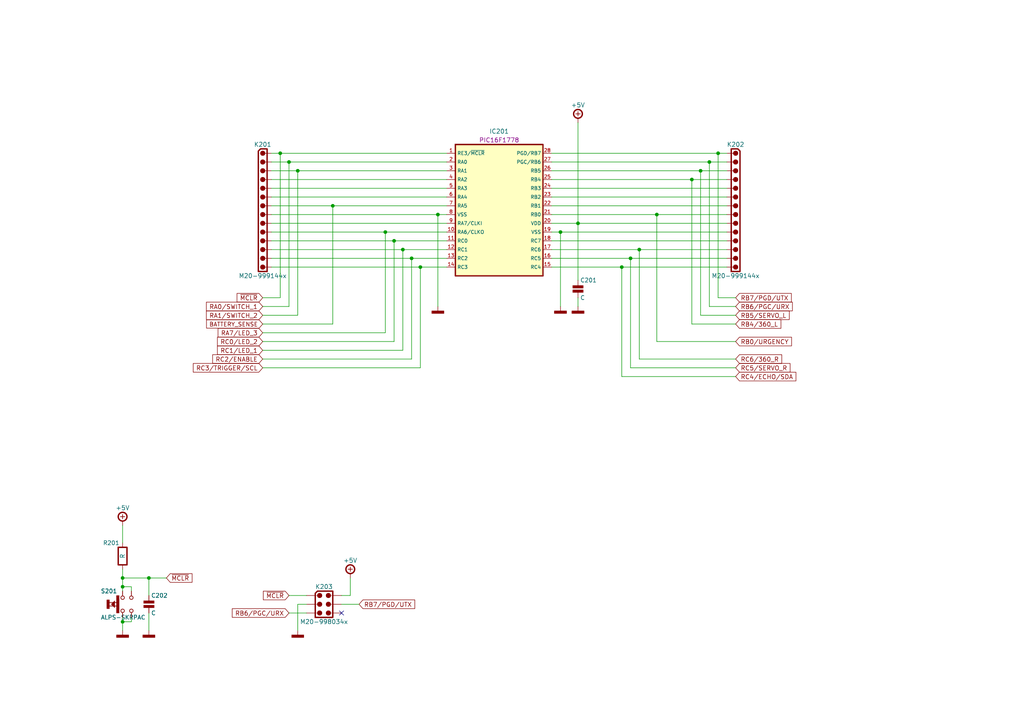
<source format=kicad_sch>
(kicad_sch (version 20210126) (generator eeschema)
  (paper "A4")
  (title_block (title "MCU") (date "01/2021") (rev "A") (comment 1 "TBOT - PIC8-Bit"))
  (lib_symbols
    (symbol "tronixALL:+5V" (power) (pin_numbers hide) (pin_names (offset 0) hide)
      (property "Value" "+5V" (at 0 5.08 0))
      (symbol "+5V_0_1"
        (circle (center 0 2.54) (radius 1.27) (stroke (width 0.4)))
        (polyline (pts (xy 0 1.905) (xy 0 3.175)) (stroke (width 0.2)))
        (polyline (pts (xy -0.635 2.54) (xy 0.635 2.54)) (stroke (width 0.2)))
      )
      (symbol "+5V_1_1"
        (pin power_in line (at 0 0 90) (length 1.27) (name "+5V") (number "1"))
      )
    )
    (symbol "tronixALL:ALPS-SKRPAC" (pin_numbers hide) (pin_names (offset 0) hide)
      (property "Reference" "S" (at 0 6.35 0))
      (property "Value" "ALPS-SKRPAC" (at 0 -5.08 0))
      (symbol "ALPS-SKRPAC_0_1"
        (circle (center -1.905 0) (radius 0.508) (stroke (width 0.2)))
        (circle (center 1.905 0) (radius 0.508) (stroke (width 0.2)))
        (circle (center 1.905 -2.54) (radius 0.508) (stroke (width 0.2)))
        (circle (center -1.905 -2.54) (radius 0.508) (stroke (width 0.2)))
        (rectangle (start -2.54 1.778) (end 2.54 1.016) (stroke (width 0.001)) (fill (type outline)))
        (rectangle (start -1.27 4.572) (end 1.27 3.81) (stroke (width 0.001)) (fill (type outline)))
        (polyline (pts (xy -0.508 1.778) (xy -0.508 3.81)) (stroke (width 0.2)))
        (polyline (pts (xy 0.508 1.778) (xy 0.508 3.81)) (stroke (width 0.2)))
        (polyline (pts (xy -1.016 2.286) (xy 1.016 2.286) (xy 0 3.302) (xy -1.016 2.286)) (stroke (width 0.001)) (fill (type outline)))
        (pin passive line (at -3.81 0 0) (length 1.27) (name "1") (number "1"))
        (pin passive line (at 3.81 0 180) (length 1.27) (name "4") (number "4"))
        (pin passive line (at 3.81 -2.54 180) (length 1.27) (name "3") (number "3"))
        (pin passive line (at -3.81 -2.54 0) (length 1.27) (name "2") (number "2"))
      )
    )
    (symbol "tronixALL:C" (pin_numbers hide) (pin_names (offset 0) hide)
      (property "Reference" "C" (at 0.635 2.54 0))
      (property "Value" "C" (at 0.635 -2.54 0))
      (symbol "C_0_1"
        (rectangle (start -1.524 -0.254) (end 1.524 -1.016) (stroke (width 0.001)) (fill (type outline)))
        (rectangle (start -1.524 1.016) (end 1.524 0.254) (stroke (width 0.001)) (fill (type outline)))
      )
      (symbol "C_1_1"
        (pin passive line (at 0 2.54 270) (length 1.905) (name "~") (number "1"))
        (pin passive line (at 0 -2.54 90) (length 1.905) (name "~") (number "2"))
      )
    )
    (symbol "tronixALL:GND" (power) (pin_numbers hide) (pin_names (offset 0) hide)
      (symbol "GND_0_1"
        (rectangle (start -1.778 -2.032) (end 1.778 -1.27) (stroke (width 0.001)) (fill (type outline)))
      )
      (symbol "GND_1_1"
        (pin power_in line (at 0 0 270) (length 1.27) (name "GND") (number "1"))
      )
    )
    (symbol "tronixALL:M20-998034x" (pin_numbers hide) (pin_names (offset 0) hide)
      (property "Reference" "K" (at 0 5.08 0))
      (property "Value" "M20-998034x" (at 0 -5.08 0))
      (symbol "M20-998034x_0_0"
        (circle (center -1.27 2.54) (radius 0.635) (stroke (width 0.2)) (fill (type outline)))
        (circle (center 1.27 2.54) (radius 0.635) (stroke (width 0.2)) (fill (type outline)))
        (circle (center -1.27 0) (radius 0.635) (stroke (width 0.2)) (fill (type outline)))
        (circle (center 1.27 0) (radius 0.635) (stroke (width 0.2)) (fill (type outline)))
        (circle (center -1.27 -2.54) (radius 0.635) (stroke (width 0.2)) (fill (type outline)))
        (circle (center 1.27 -2.54) (radius 0.635) (stroke (width 0.2)) (fill (type outline)))
        (polyline (pts (xy -2.54 -3.81) (xy 2.54 -3.81) (xy 2.54 3.81) (xy -1.905 3.81) (xy -2.54 3.175) (xy -2.54 -3.81)) (stroke (width 0.4)))
        (polyline (pts (xy -2.54 2.54) (xy -1.905 2.54)) (stroke (width 0.0006)))
        (polyline (pts (xy 1.905 2.54) (xy 2.54 2.54)) (stroke (width 0.0006)))
        (polyline (pts (xy -2.54 0) (xy -1.905 0)) (stroke (width 0.0006)))
        (polyline (pts (xy 1.905 0) (xy 2.54 0)) (stroke (width 0.0006)))
        (polyline (pts (xy -2.54 -2.54) (xy -1.905 -2.54)) (stroke (width 0.0006)))
        (polyline (pts (xy 1.905 -2.54) (xy 2.54 -2.54)) (stroke (width 0.0006)))
      )
      (symbol "M20-998034x_1_1"
        (pin passive line (at -5.08 2.54 0) (length 2.54) (name "1") (number "1"))
        (pin passive line (at 5.08 2.54 180) (length 2.54) (name "2") (number "2"))
        (pin passive line (at -5.08 0 0) (length 2.54) (name "3") (number "3"))
        (pin passive line (at 5.08 0 180) (length 2.54) (name "4") (number "4"))
        (pin passive line (at -5.08 -2.54 0) (length 2.54) (name "5") (number "5"))
        (pin passive line (at 5.08 -2.54 180) (length 2.54) (name "6") (number "6"))
      )
    )
    (symbol "tronixALL:M20-999144x" (pin_numbers hide) (pin_names (offset 0) hide)
      (property "Reference" "K" (at 0 2.54 0))
      (property "Value" "M20-999144x" (at 0 -35.56 0))
      (symbol "M20-999144x_0_1"
        (circle (center 0 0) (radius 0.635) (stroke (width 0.2)) (fill (type outline)))
        (circle (center 0 -2.54) (radius 0.635) (stroke (width 0.2)) (fill (type outline)))
        (circle (center 0 -5.08) (radius 0.635) (stroke (width 0.2)) (fill (type outline)))
        (circle (center 0 -7.62) (radius 0.635) (stroke (width 0.2)) (fill (type outline)))
        (circle (center 0 -10.16) (radius 0.635) (stroke (width 0.2)) (fill (type outline)))
        (circle (center 0 -12.7) (radius 0.635) (stroke (width 0.2)) (fill (type outline)))
        (circle (center 0 -15.24) (radius 0.635) (stroke (width 0.2)) (fill (type outline)))
        (circle (center 0 -17.78) (radius 0.635) (stroke (width 0.2)) (fill (type outline)))
        (circle (center 0 -20.32) (radius 0.635) (stroke (width 0.2)) (fill (type outline)))
        (circle (center 0 -22.86) (radius 0.635) (stroke (width 0.2)) (fill (type outline)))
        (circle (center 0 -25.4) (radius 0.635) (stroke (width 0.2)) (fill (type outline)))
        (circle (center 0 -27.94) (radius 0.635) (stroke (width 0.2)) (fill (type outline)))
        (circle (center 0 -30.48) (radius 0.635) (stroke (width 0.2)) (fill (type outline)))
        (circle (center 0 -33.02) (radius 0.635) (stroke (width 0.2)) (fill (type outline)))
        (polyline (pts (xy -1.27 -34.29) (xy 1.27 -34.29) (xy 1.27 0.635) (xy 0.635 1.27) (xy -1.27 1.27) (xy -1.27 -34.29)) (stroke (width 0.4)))
      )
      (symbol "M20-999144x_1_1"
        (pin passive line (at -2.54 0 0) (length 1.905) (name "Pin_1") (number "1"))
        (pin passive line (at -2.54 -22.86 0) (length 1.905) (name "Pin_10") (number "10"))
        (pin passive line (at -2.54 -25.4 0) (length 1.905) (name "Pin_11") (number "11"))
        (pin passive line (at -2.54 -27.94 0) (length 1.905) (name "Pin_12") (number "12"))
        (pin passive line (at -2.54 -30.48 0) (length 1.905) (name "Pin_13") (number "13"))
        (pin passive line (at -2.54 -33.02 0) (length 1.905) (name "Pin_14") (number "14"))
        (pin passive line (at -2.54 -2.54 0) (length 1.905) (name "Pin_2") (number "2"))
        (pin passive line (at -2.54 -5.08 0) (length 1.905) (name "Pin_3") (number "3"))
        (pin passive line (at -2.54 -7.62 0) (length 1.905) (name "Pin_4") (number "4"))
        (pin passive line (at -2.54 -10.16 0) (length 1.905) (name "Pin_5") (number "5"))
        (pin passive line (at -2.54 -12.7 0) (length 1.905) (name "Pin_6") (number "6"))
        (pin passive line (at -2.54 -15.24 0) (length 1.905) (name "Pin_7") (number "7"))
        (pin passive line (at -2.54 -17.78 0) (length 1.905) (name "Pin_8") (number "8"))
        (pin passive line (at -2.54 -20.32 0) (length 1.905) (name "Pin_9") (number "9"))
      )
    )
    (symbol "tronixALL:PIC16F1778-IP" (pin_names (offset 0.5))
      (property "Reference" "IC" (at -12.7 20.32 0))
      (property "Name" "PIC16F1778" (at 12.7 20.32 0))
      (symbol "PIC16F1778-IP_0_1"
        (rectangle (start -12.7 -19.05) (end 12.7 19.05) (stroke (width 0.4)) (fill (type background)))
      )
      (symbol "PIC16F1778-IP_1_1"
        (pin input line (at -15.24 16.51 0) (length 2.54) (name "RE3/~MCLR") (number "1"))
        (pin bidirectional line (at -15.24 13.97 0) (length 2.54) (name "RA0") (number "2"))
        (pin bidirectional line (at -15.24 11.43 0) (length 2.54) (name "RA1") (number "3"))
        (pin bidirectional line (at -15.24 8.89 0) (length 2.54) (name "RA2") (number "4"))
        (pin bidirectional line (at -15.24 6.35 0) (length 2.54) (name "RA3") (number "5"))
        (pin bidirectional line (at -15.24 3.81 0) (length 2.54) (name "RA4") (number "6"))
        (pin bidirectional line (at -15.24 1.27 0) (length 2.54) (name "RA5") (number "7"))
        (pin power_in line (at -15.24 -1.27 0) (length 2.54) (name "VSS") (number "8"))
        (pin bidirectional line (at -15.24 -3.81 0) (length 2.54) (name "RA7/CLKI") (number "9"))
        (pin bidirectional line (at -15.24 -6.35 0) (length 2.54) (name "RA6/CLKO") (number "10"))
        (pin bidirectional line (at -15.24 -8.89 0) (length 2.54) (name "RC0") (number "11"))
        (pin bidirectional line (at -15.24 -11.43 0) (length 2.54) (name "RC1") (number "12"))
        (pin bidirectional line (at -15.24 -13.97 0) (length 2.54) (name "RC2") (number "13"))
        (pin bidirectional line (at -15.24 -16.51 0) (length 2.54) (name "RC3") (number "14"))
        (pin bidirectional line (at 15.24 -16.51 180) (length 2.54) (name "RC4") (number "15"))
        (pin bidirectional line (at 15.24 -13.97 180) (length 2.54) (name "RC5") (number "16"))
        (pin bidirectional line (at 15.24 -11.43 180) (length 2.54) (name "RC6") (number "17"))
        (pin bidirectional line (at 15.24 -8.89 180) (length 2.54) (name "RC7") (number "18"))
        (pin power_in line (at 15.24 -6.35 180) (length 2.54) (name "VSS") (number "19"))
        (pin power_in line (at 15.24 -3.81 180) (length 2.54) (name "VDD") (number "20"))
        (pin bidirectional line (at 15.24 -1.27 180) (length 2.54) (name "RB0") (number "21"))
        (pin bidirectional line (at 15.24 1.27 180) (length 2.54) (name "RB1") (number "22"))
        (pin bidirectional line (at 15.24 3.81 180) (length 2.54) (name "RB2") (number "23"))
        (pin bidirectional line (at 15.24 6.35 180) (length 2.54) (name "RB3") (number "24"))
        (pin bidirectional line (at 15.24 8.89 180) (length 2.54) (name "RB4") (number "25"))
        (pin bidirectional line (at 15.24 11.43 180) (length 2.54) (name "RB5") (number "26"))
        (pin bidirectional line (at 15.24 13.97 180) (length 2.54) (name "PGC/RB6") (number "27"))
        (pin bidirectional line (at 15.24 16.51 180) (length 2.54) (name "PGD/RB7") (number "28"))
      )
    )
    (symbol "tronixALL:R" (pin_numbers hide) (pin_names (offset 0) hide)
      (property "Reference" "R" (at 2.54 0 90))
      (property "Value" "R" (at 0 0 90))
      (symbol "R_0_1"
        (rectangle (start -1.27 -2.54) (end 1.27 2.54) (stroke (width 0.4)))
      )
      (symbol "R_1_1"
        (pin passive line (at 0 3.81 270) (length 1.27) (name "~") (number "1"))
        (pin passive line (at 0 -3.81 90) (length 1.27) (name "~") (number "2"))
      )
    )
  )
  (junction (at 35.56 167.64) (diameter 0.9144))
  (junction (at 35.56 170.18) (diameter 0.9144))
  (junction (at 35.56 180.34) (diameter 0.9144))
  (junction (at 43.18 167.64) (diameter 0.9144))
  (junction (at 81.28 44.45) (diameter 0.9144))
  (junction (at 83.82 46.99) (diameter 0.9144))
  (junction (at 86.36 49.53) (diameter 0.9144))
  (junction (at 96.52 59.69) (diameter 0.9144))
  (junction (at 111.76 67.31) (diameter 0.9144))
  (junction (at 114.3 69.85) (diameter 0.9144))
  (junction (at 116.84 72.39) (diameter 0.9144))
  (junction (at 119.38 74.93) (diameter 0.9144))
  (junction (at 121.92 77.47) (diameter 0.9144))
  (junction (at 127 62.23) (diameter 0.9144))
  (junction (at 162.56 67.31) (diameter 0.9144))
  (junction (at 167.64 64.77) (diameter 0.9144))
  (junction (at 180.34 77.47) (diameter 0.9144))
  (junction (at 182.88 74.93) (diameter 0.9144))
  (junction (at 185.42 72.39) (diameter 0.9144))
  (junction (at 190.5 62.23) (diameter 0.9144))
  (junction (at 200.66 52.07) (diameter 0.9144))
  (junction (at 203.2 49.53) (diameter 0.9144))
  (junction (at 205.74 46.99) (diameter 0.9144))
  (junction (at 208.28 44.45) (diameter 0.9144))
  (no_connect (at 99.06 177.8))
  (wire (pts (xy 35.56 152.4) (xy 35.56 157.48)))
  (wire (pts (xy 35.56 165.1) (xy 35.56 167.64)))
  (wire (pts (xy 35.56 167.64) (xy 35.56 170.18)))
  (wire (pts (xy 35.56 167.64) (xy 43.18 167.64)))
  (wire (pts (xy 35.56 170.18) (xy 35.56 171.45)))
  (wire (pts (xy 35.56 170.18) (xy 38.1 170.18)))
  (wire (pts (xy 35.56 179.07) (xy 35.56 180.34)))
  (wire (pts (xy 35.56 180.34) (xy 35.56 182.88)))
  (wire (pts (xy 35.56 180.34) (xy 38.1 180.34)))
  (wire (pts (xy 38.1 171.45) (xy 38.1 170.18)))
  (wire (pts (xy 38.1 179.07) (xy 38.1 180.34)))
  (wire (pts (xy 43.18 167.64) (xy 48.26 167.64)))
  (wire (pts (xy 43.18 172.72) (xy 43.18 167.64)))
  (wire (pts (xy 43.18 177.8) (xy 43.18 182.88)))
  (wire (pts (xy 76.2 86.36) (xy 81.28 86.36)))
  (wire (pts (xy 76.2 88.9) (xy 83.82 88.9)))
  (wire (pts (xy 76.2 91.44) (xy 86.36 91.44)))
  (wire (pts (xy 76.2 93.98) (xy 96.52 93.98)))
  (wire (pts (xy 76.2 96.52) (xy 111.76 96.52)))
  (wire (pts (xy 76.2 99.06) (xy 114.3 99.06)))
  (wire (pts (xy 76.2 101.6) (xy 116.84 101.6)))
  (wire (pts (xy 76.2 104.14) (xy 119.38 104.14)))
  (wire (pts (xy 76.2 106.68) (xy 121.92 106.68)))
  (wire (pts (xy 78.74 44.45) (xy 81.28 44.45)))
  (wire (pts (xy 78.74 46.99) (xy 83.82 46.99)))
  (wire (pts (xy 78.74 49.53) (xy 86.36 49.53)))
  (wire (pts (xy 78.74 52.07) (xy 129.54 52.07)))
  (wire (pts (xy 78.74 54.61) (xy 129.54 54.61)))
  (wire (pts (xy 78.74 57.15) (xy 129.54 57.15)))
  (wire (pts (xy 78.74 59.69) (xy 96.52 59.69)))
  (wire (pts (xy 78.74 62.23) (xy 127 62.23)))
  (wire (pts (xy 78.74 64.77) (xy 129.54 64.77)))
  (wire (pts (xy 78.74 67.31) (xy 111.76 67.31)))
  (wire (pts (xy 78.74 69.85) (xy 114.3 69.85)))
  (wire (pts (xy 78.74 72.39) (xy 116.84 72.39)))
  (wire (pts (xy 78.74 74.93) (xy 119.38 74.93)))
  (wire (pts (xy 78.74 77.47) (xy 121.92 77.47)))
  (wire (pts (xy 81.28 44.45) (xy 81.28 86.36)))
  (wire (pts (xy 81.28 44.45) (xy 129.54 44.45)))
  (wire (pts (xy 83.82 46.99) (xy 129.54 46.99)))
  (wire (pts (xy 83.82 88.9) (xy 83.82 46.99)))
  (wire (pts (xy 83.82 172.72) (xy 88.9 172.72)))
  (wire (pts (xy 83.82 177.8) (xy 88.9 177.8)))
  (wire (pts (xy 86.36 49.53) (xy 129.54 49.53)))
  (wire (pts (xy 86.36 91.44) (xy 86.36 49.53)))
  (wire (pts (xy 86.36 175.26) (xy 86.36 182.88)))
  (wire (pts (xy 88.9 175.26) (xy 86.36 175.26)))
  (wire (pts (xy 96.52 59.69) (xy 129.54 59.69)))
  (wire (pts (xy 96.52 93.98) (xy 96.52 59.69)))
  (wire (pts (xy 99.06 172.72) (xy 101.6 172.72)))
  (wire (pts (xy 99.06 175.26) (xy 104.14 175.26)))
  (wire (pts (xy 101.6 167.64) (xy 101.6 172.72)))
  (wire (pts (xy 111.76 67.31) (xy 129.54 67.31)))
  (wire (pts (xy 111.76 96.52) (xy 111.76 67.31)))
  (wire (pts (xy 114.3 69.85) (xy 129.54 69.85)))
  (wire (pts (xy 114.3 99.06) (xy 114.3 69.85)))
  (wire (pts (xy 116.84 72.39) (xy 129.54 72.39)))
  (wire (pts (xy 116.84 101.6) (xy 116.84 72.39)))
  (wire (pts (xy 119.38 74.93) (xy 129.54 74.93)))
  (wire (pts (xy 119.38 104.14) (xy 119.38 74.93)))
  (wire (pts (xy 121.92 77.47) (xy 129.54 77.47)))
  (wire (pts (xy 121.92 106.68) (xy 121.92 77.47)))
  (wire (pts (xy 127 62.23) (xy 127 88.9)))
  (wire (pts (xy 127 62.23) (xy 129.54 62.23)))
  (wire (pts (xy 160.02 44.45) (xy 208.28 44.45)))
  (wire (pts (xy 160.02 46.99) (xy 205.74 46.99)))
  (wire (pts (xy 160.02 49.53) (xy 203.2 49.53)))
  (wire (pts (xy 160.02 52.07) (xy 200.66 52.07)))
  (wire (pts (xy 160.02 54.61) (xy 210.82 54.61)))
  (wire (pts (xy 160.02 57.15) (xy 210.82 57.15)))
  (wire (pts (xy 160.02 59.69) (xy 210.82 59.69)))
  (wire (pts (xy 160.02 62.23) (xy 190.5 62.23)))
  (wire (pts (xy 160.02 64.77) (xy 167.64 64.77)))
  (wire (pts (xy 160.02 67.31) (xy 162.56 67.31)))
  (wire (pts (xy 160.02 69.85) (xy 210.82 69.85)))
  (wire (pts (xy 160.02 72.39) (xy 185.42 72.39)))
  (wire (pts (xy 160.02 74.93) (xy 182.88 74.93)))
  (wire (pts (xy 160.02 77.47) (xy 180.34 77.47)))
  (wire (pts (xy 162.56 67.31) (xy 162.56 88.9)))
  (wire (pts (xy 162.56 67.31) (xy 210.82 67.31)))
  (wire (pts (xy 167.64 35.56) (xy 167.64 64.77)))
  (wire (pts (xy 167.64 64.77) (xy 167.64 81.28)))
  (wire (pts (xy 167.64 64.77) (xy 210.82 64.77)))
  (wire (pts (xy 167.64 86.36) (xy 167.64 88.9)))
  (wire (pts (xy 180.34 77.47) (xy 210.82 77.47)))
  (wire (pts (xy 180.34 109.22) (xy 180.34 77.47)))
  (wire (pts (xy 182.88 74.93) (xy 210.82 74.93)))
  (wire (pts (xy 182.88 106.68) (xy 182.88 74.93)))
  (wire (pts (xy 185.42 72.39) (xy 210.82 72.39)))
  (wire (pts (xy 185.42 104.14) (xy 185.42 72.39)))
  (wire (pts (xy 190.5 62.23) (xy 190.5 99.06)))
  (wire (pts (xy 190.5 62.23) (xy 210.82 62.23)))
  (wire (pts (xy 190.5 99.06) (xy 213.36 99.06)))
  (wire (pts (xy 200.66 52.07) (xy 200.66 93.98)))
  (wire (pts (xy 200.66 52.07) (xy 210.82 52.07)))
  (wire (pts (xy 200.66 93.98) (xy 213.36 93.98)))
  (wire (pts (xy 203.2 49.53) (xy 203.2 91.44)))
  (wire (pts (xy 203.2 49.53) (xy 210.82 49.53)))
  (wire (pts (xy 203.2 91.44) (xy 213.36 91.44)))
  (wire (pts (xy 205.74 46.99) (xy 205.74 88.9)))
  (wire (pts (xy 205.74 46.99) (xy 210.82 46.99)))
  (wire (pts (xy 205.74 88.9) (xy 213.36 88.9)))
  (wire (pts (xy 208.28 44.45) (xy 208.28 86.36)))
  (wire (pts (xy 208.28 44.45) (xy 210.82 44.45)))
  (wire (pts (xy 208.28 86.36) (xy 213.36 86.36)))
  (wire (pts (xy 213.36 104.14) (xy 185.42 104.14)))
  (wire (pts (xy 213.36 106.68) (xy 182.88 106.68)))
  (wire (pts (xy 213.36 109.22) (xy 180.34 109.22)))
  (global_label "~MCLR" (shape input) (at 48.26 167.64 0) (property "Intersheet References" "${INTERSHEET_REFS}" (effects hide)))
  (global_label "~MCLR" (shape input) (at 76.2 86.36 180) (property "Intersheet References" "${INTERSHEET_REFS}" (effects hide)))
  (global_label "RA0{slash}SWITCH_1" (shape input) (at 76.2 88.9 180) (property "Intersheet References" "${INTERSHEET_REFS}" (effects hide)))
  (global_label "RA1{slash}SWITCH_2" (shape input) (at 76.2 91.44 180) (property "Intersheet References" "${INTERSHEET_REFS}" (effects hide)))
  (global_label "BATTERY_SENSE" (shape input) (at 76.2 93.98 180) (effects (font (size 1.2 1.2))) (property "Intersheet References" "${INTERSHEET_REFS}" (effects hide)))
  (global_label "RA7{slash}LED_3" (shape input) (at 76.2 96.52 180) (property "Intersheet References" "${INTERSHEET_REFS}" (effects hide)))
  (global_label "RC0{slash}LED_2" (shape input) (at 76.2 99.06 180) (property "Intersheet References" "${INTERSHEET_REFS}" (effects hide)))
  (global_label "RC1{slash}LED_1" (shape input) (at 76.2 101.6 180) (property "Intersheet References" "${INTERSHEET_REFS}" (effects hide)))
  (global_label "RC2{slash}ENABLE" (shape input) (at 76.2 104.14 180) (property "Intersheet References" "${INTERSHEET_REFS}" (effects hide)))
  (global_label "RC3{slash}TRIGGER{slash}SCL" (shape input) (at 76.2 106.68 180) (property "Intersheet References" "${INTERSHEET_REFS}" (effects hide)))
  (global_label "~MCLR" (shape input) (at 83.82 172.72 180) (property "Intersheet References" "${INTERSHEET_REFS}" (effects hide)))
  (global_label "RB6{slash}PGC{slash}URX" (shape input) (at 83.82 177.8 180) (property "Intersheet References" "${INTERSHEET_REFS}" (effects hide)))
  (global_label "RB7{slash}PGD{slash}UTX" (shape input) (at 104.14 175.26 0) (property "Intersheet References" "${INTERSHEET_REFS}" (effects hide)))
  (global_label "RB7{slash}PGD{slash}UTX" (shape input) (at 213.36 86.36 0) (property "Intersheet References" "${INTERSHEET_REFS}" (effects hide)))
  (global_label "RB6{slash}PGC{slash}URX" (shape input) (at 213.36 88.9 0) (property "Intersheet References" "${INTERSHEET_REFS}" (effects hide)))
  (global_label "RB5{slash}SERVO_L" (shape input) (at 213.36 91.44 0) (property "Intersheet References" "${INTERSHEET_REFS}" (effects hide)))
  (global_label "RB4{slash}360_L" (shape input) (at 213.36 93.98 0) (property "Intersheet References" "${INTERSHEET_REFS}" (effects hide)))
  (global_label "RB0{slash}URGENCY" (shape input) (at 213.36 99.06 0) (property "Intersheet References" "${INTERSHEET_REFS}" (effects hide)))
  (global_label "RC6{slash}360_R" (shape input) (at 213.36 104.14 0) (property "Intersheet References" "${INTERSHEET_REFS}" (effects hide)))
  (global_label "RC5{slash}SERVO_R" (shape input) (at 213.36 106.68 0) (property "Intersheet References" "${INTERSHEET_REFS}" (effects hide)))
  (global_label "RC4{slash}ECHO{slash}SDA" (shape input) (at 213.36 109.22 0) (property "Intersheet References" "${INTERSHEET_REFS}" (effects hide)))
  (symbol (lib_id "tronixALL:GND") (at 35.56 182.88 0) (unit 1)
    (property "Reference" "#PWR0207" (effects hide))
    (property "Value" "GND" (effects hide))
  )
  (symbol (lib_id "tronixALL:GND") (at 43.18 182.88 0) (unit 1)
    (property "Reference" "#PWR0208" (effects hide))
    (property "Value" "GND" (effects hide))
  )
  (symbol (lib_id "tronixALL:GND") (at 86.36 182.88 0) (unit 1)
    (property "Reference" "#PWR0209" (effects hide))
    (property "Value" "GND" (effects hide))
  )
  (symbol (lib_id "tronixALL:GND") (at 127 88.9 0) (unit 1)
    (property "Reference" "#PWR0202" (effects hide))
    (property "Value" "GND" (effects hide))
  )
  (symbol (lib_id "tronixALL:GND") (at 162.56 88.9 0) (unit 1)
    (property "Reference" "#PWR0203" (effects hide))
    (property "Value" "GND" (effects hide))
  )
  (symbol (lib_id "tronixALL:GND") (at 167.64 88.9 0) (unit 1)
    (property "Reference" "#PWR0204" (effects hide))
    (property "Value" "GND" (effects hide))
  )
  (symbol (lib_id "tronixALL:+5V") (at 35.56 152.4 0) (unit 1)
    (property "Reference" "#PWR0205" (effects hide))
    (property "Value" "+5V" (at 35.56 147.32 0))
  )
  (symbol (lib_id "tronixALL:+5V") (at 101.6 167.64 0) (unit 1)
    (property "Reference" "#PWR0206" (effects hide))
    (property "Value" "+5V" (at 101.6 162.56 0))
  )
  (symbol (lib_id "tronixALL:+5V") (at 167.64 35.56 0) (unit 1)
    (property "Reference" "#PWR0201" (effects hide))
    (property "Value" "+5V" (at 167.64 30.48 0))
  )
  (symbol (lib_id "tronixALL:C") (at 43.18 175.26 0) (unit 1)
    (property "Reference" "C202" (at 43.815 172.72 0) (effects (font (size 1.2 1.2)) (justify left)))
    (property "Value" "C" (at 43.815 177.8 0) (effects (font (size 1.2 1.2)) (justify left)))
    (property "Footprint" "tronixALL:CAPACITOR_1206" (effects hide))
  )
  (symbol (lib_id "tronixALL:C") (at 167.64 83.82 0) (unit 1)
    (property "Reference" "C201" (at 168.275 81.28 0) (effects (font (size 1.2 1.2)) (justify left)))
    (property "Value" "C" (at 168.275 86.36 0) (effects (font (size 1.2 1.2)) (justify left)))
    (property "Footprint" "tronixALL:CAPACITOR_1206" (effects hide))
  )
  (symbol (lib_id "tronixALL:R") (at 35.56 161.29 180) (unit 1)
    (property "Reference" "R201" (at 29.845 157.48 0) (effects (font (size 1.2 1.2)) (justify right)))
    (property "Value" "R" (at 35.56 161.29 90))
    (property "Footprint" "tronixALL:RESISTOR_1206" (effects hide))
  )
  (symbol (lib_id "tronixALL:ALPS-SKRPAC") (at 35.56 175.26 90) (unit 1)
    (property "Reference" "S201" (at 29.21 171.45 90) (effects (font (size 1.2 1.2)) (justify right)))
    (property "Value" "ALPS-SKRPAC" (at 29.21 179.07 90) (effects (font (size 1.2 1.2)) (justify right)))
    (property "Footprint" "tronixALL:ALPS-SKRPAC" (effects hide))
    (property "Datasheet" "http://www.alps.com/prod/info/E/HTML/Tact/SurfaceMount/SKRP/SKRPACE010.html" (effects hide))
  )
  (symbol (lib_id "tronixALL:M20-998034x") (at 93.98 175.26 0) (unit 1)
    (property "Reference" "K203" (at 93.98 170.18 0))
    (property "Value" "M20-998034x" (at 93.98 180.34 0))
    (property "Footprint" "tronixALL:M20-998034x" (effects hide))
    (property "Datasheet" "https://www.harwin.com/products/M20-9980346/" (effects hide))
  )
  (symbol (lib_id "tronixALL:M20-999144x") (at 76.2 44.45 0) (mirror y) (unit 1)
    (property "Reference" "K201" (at 76.2 41.91 0))
    (property "Value" "M20-999144x" (at 76.2 80.01 0))
    (property "Footprint" "tronixALL:M20-999144x" (effects hide))
    (property "Datasheet" "https://www.harwin.com/products/M20-9991446/" (effects hide))
  )
  (symbol (lib_id "tronixALL:M20-999144x") (at 213.36 44.45 0) (unit 1)
    (property "Reference" "K202" (at 213.36 41.91 0))
    (property "Value" "M20-999144x" (at 213.36 80.01 0))
    (property "Footprint" "tronixALL:M20-999144x" (effects hide))
    (property "Datasheet" "https://www.harwin.com/products/M20-9991446/" (effects hide))
  )
  (symbol (lib_id "tronixALL:PIC16F1778-IP") (at 144.78 60.96 0) (unit 1)
    (property "Reference" "IC201" (at 144.78 38.1 0))
    (property "Value" "PIC16F1778-IP" (effects hide))
    (property "Footprint" "tronixALL:DIP-28-W762" (effects hide))
    (property "Datasheet" "https://ww1.microchip.com/downloads/en/DeviceDoc/PIC16(L)F1777_8_9_Family_Data_Sheet_40001819D.pdf" (effects hide))
    (property "Name" "PIC16F1778" (at 144.78 40.64 0))
  )
)
</source>
